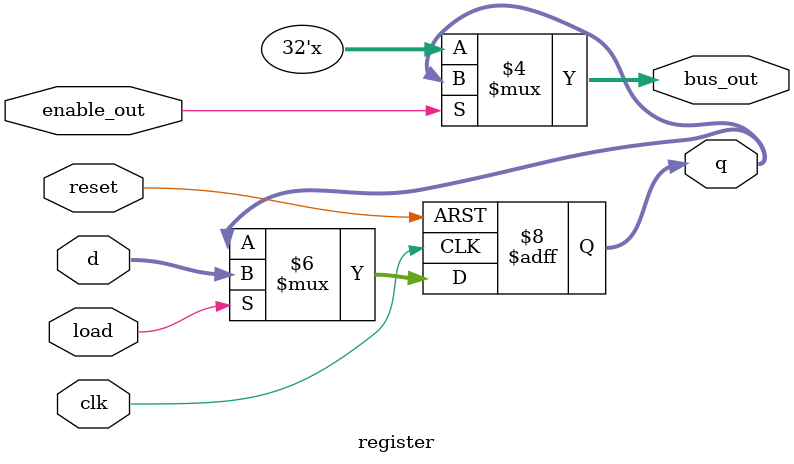
<source format=v>
module register (
    input wire clk,             // Clock signal
    input wire reset,           // Asynchronous reset (active high)
    input wire load,            // Load enable signal
    input wire enable_out,      // Enable output signal for the bus
    input wire [31:0] d,        // Data input
    output reg [31:0] q,        // Data output (stored value)
    output reg [31:0] bus_out   // Data driven to the bus
);

    // Register data storage logic
    always @(posedge clk or posedge reset) begin
        if (reset) begin
            q <= 32'b0; // Clear register to zero on reset
        end else if (load) begin
            q <= d;     // Load new data when load is high
        end
    end

    // Output to the bus logic
    always @(*) begin
        if (enable_out) begin
            bus_out = q; // Drive register value to the bus
        end else begin
            bus_out = 32'bz; // High-impedance state when not enabled
        end
    end

endmodule

</source>
